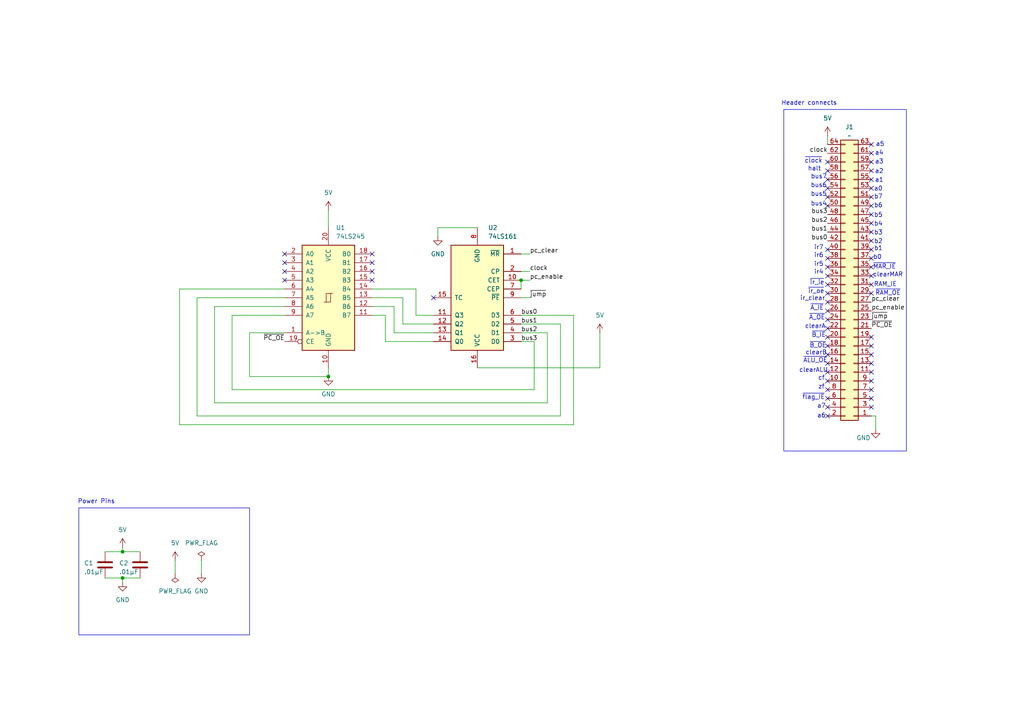
<source format=kicad_sch>
(kicad_sch (version 20250114) (generator "eeschema") (generator_version "9.0")
  (paper "A4")
  (lib_symbols
    (symbol "74xx:74LS161" (pin_names (offset 1.016))
      (property "Reference" "U" (at -7.62 16.51 0))
      (property "Value" "74LS161" (at -7.62 -16.51 0))
      (symbol "74LS161_1_0"
        (pin input line (at -12.7 12.7 0) (length 5.08) (name "D0") (number "3"))
        (pin input line (at -12.7 10.16 0) (length 5.08) (name "D1") (number "4"))
        (pin input line (at -12.7 7.62 0) (length 5.08) (name "D2") (number "5"))
        (pin input line (at -12.7 5.08 0) (length 5.08) (name "D3") (number "6"))
        (pin input line (at -12.7 0 0) (length 5.08) (name "~{PE}") (number "9"))
        (pin input line (at -12.7 -2.54 0) (length 5.08) (name "CEP") (number "7"))
        (pin input line (at -12.7 -5.08 0) (length 5.08) (name "CET") (number "10"))
        (pin input line (at -12.7 -7.62 0) (length 5.08) (name "CP") (number "2"))
        (pin input line (at -12.7 -12.7 0) (length 5.08) (name "~{MR}") (number "1"))
        (pin power_in line (at 0 20.32 270) (length 5.08) (name "VCC") (number "16"))
        (pin power_in line (at 0 -20.32 90) (length 5.08) (name "GND") (number "8"))
        (pin output line (at 12.7 12.7 180) (length 5.08) (name "Q0") (number "14"))
        (pin output line (at 12.7 10.16 180) (length 5.08) (name "Q1") (number "13"))
        (pin output line (at 12.7 7.62 180) (length 5.08) (name "Q2") (number "12"))
        (pin output line (at 12.7 5.08 180) (length 5.08) (name "Q3") (number "11"))
        (pin output line (at 12.7 0 180) (length 5.08) (name "TC") (number "15"))
      )
      (symbol "74LS161_1_1"
        (rectangle (start -7.62 15.24) (end 7.62 -15.24) (stroke (width 0.254)) (fill (type background)))
      )
    )
    (symbol "74xx:74LS245" (pin_names (offset 1.016))
      (property "Reference" "U" (at -7.62 16.51 0))
      (property "Value" "74LS245" (at -7.62 -16.51 0))
      (symbol "74LS245_1_0"
        (polyline (pts (xy -1.27 -1.27) (xy 0.635 -1.27) (xy 0.635 1.27) (xy 1.27 1.27)))
        (polyline (pts (xy -0.635 -1.27) (xy -0.635 1.27) (xy 0.635 1.27)))
        (pin tri_state line (at -12.7 12.7 0) (length 5.08) (name "A0") (number "2"))
        (pin tri_state line (at -12.7 10.16 0) (length 5.08) (name "A1") (number "3"))
        (pin tri_state line (at -12.7 7.62 0) (length 5.08) (name "A2") (number "4"))
        (pin tri_state line (at -12.7 5.08 0) (length 5.08) (name "A3") (number "5"))
        (pin tri_state line (at -12.7 2.54 0) (length 5.08) (name "A4") (number "6"))
        (pin tri_state line (at -12.7 0 0) (length 5.08) (name "A5") (number "7"))
        (pin tri_state line (at -12.7 -2.54 0) (length 5.08) (name "A6") (number "8"))
        (pin tri_state line (at -12.7 -5.08 0) (length 5.08) (name "A7") (number "9"))
        (pin input line (at -12.7 -10.16 0) (length 5.08) (name "A->B") (number "1"))
        (pin input inverted (at -12.7 -12.7 0) (length 5.08) (name "CE") (number "19"))
        (pin power_in line (at 0 20.32 270) (length 5.08) (name "VCC") (number "20"))
        (pin power_in line (at 0 -20.32 90) (length 5.08) (name "GND") (number "10"))
        (pin tri_state line (at 12.7 12.7 180) (length 5.08) (name "B0") (number "18"))
        (pin tri_state line (at 12.7 10.16 180) (length 5.08) (name "B1") (number "17"))
        (pin tri_state line (at 12.7 7.62 180) (length 5.08) (name "B2") (number "16"))
        (pin tri_state line (at 12.7 5.08 180) (length 5.08) (name "B3") (number "15"))
        (pin tri_state line (at 12.7 2.54 180) (length 5.08) (name "B4") (number "14"))
        (pin tri_state line (at 12.7 0 180) (length 5.08) (name "B5") (number "13"))
        (pin tri_state line (at 12.7 -2.54 180) (length 5.08) (name "B6") (number "12"))
        (pin tri_state line (at 12.7 -5.08 180) (length 5.08) (name "B7") (number "11"))
      )
      (symbol "74LS245_1_1"
        (rectangle (start -7.62 15.24) (end 7.62 -15.24) (stroke (width 0.254)) (fill (type background)))
      )
    )
    (symbol "Device:C" (pin_numbers (hide yes)) (pin_names (offset 0.254))
      (property "Reference" "C" (at 0.635 2.54 0))
      (property "Value" "C" (at 0.635 -2.54 0))
      (symbol "C_0_1"
        (polyline (pts (xy -2.032 0.762) (xy 2.032 0.762)) (stroke (width 0.508)))
        (polyline (pts (xy -2.032 -0.762) (xy 2.032 -0.762)) (stroke (width 0.508)))
      )
      (symbol "C_1_1"
        (pin passive line (at 0 3.81 270) (length 2.794) (name "~") (number "1"))
        (pin passive line (at 0 -3.81 90) (length 2.794) (name "~") (number "2"))
      )
    )
    (symbol "pc104:PC104" (in_bom no) (on_board no)
      (property "Reference" "J" (at 0.254 44.196 0))
      (symbol "PC104_1_1"
        (rectangle (start -2.54 40.767) (end -1.27 40.513) (stroke (width 0.1524)))
        (rectangle (start -2.54 38.227) (end -1.27 37.973) (stroke (width 0.1524)))
        (rectangle (start -2.54 35.687) (end -1.27 35.433) (stroke (width 0.1524)))
        (rectangle (start -2.54 33.147) (end -1.27 32.893) (stroke (width 0.1524)))
        (rectangle (start -2.54 30.607) (end -1.27 30.353) (stroke (width 0.1524)))
        (rectangle (start -2.54 28.067) (end -1.27 27.813) (stroke (width 0.1524)))
        (rectangle (start -2.54 25.527) (end -1.27 25.273) (stroke (width 0.1524)))
        (rectangle (start -2.54 22.987) (end -1.27 22.733) (stroke (width 0.1524)))
        (rectangle (start -2.54 20.447) (end -1.27 20.193) (stroke (width 0.1524)))
        (rectangle (start -2.54 17.907) (end -1.27 17.653) (stroke (width 0.1524)))
        (rectangle (start -2.54 15.367) (end -1.27 15.113) (stroke (width 0.1524)))
        (rectangle (start -2.54 12.827) (end -1.27 12.573) (stroke (width 0.1524)))
        (rectangle (start -2.54 10.287) (end -1.27 10.033) (stroke (width 0.1524)))
        (rectangle (start -2.54 7.747) (end -1.27 7.493) (stroke (width 0.1524)))
        (rectangle (start -2.54 5.207) (end -1.27 4.953) (stroke (width 0.1524)))
        (rectangle (start -2.54 2.667) (end -1.27 2.413) (stroke (width 0.1524)))
        (rectangle (start -2.54 0.127) (end -1.27 -0.127) (stroke (width 0.1524)))
        (rectangle (start -2.54 -2.413) (end -1.27 -2.667) (stroke (width 0.1524)))
        (rectangle (start -2.54 -4.953) (end -1.27 -5.207) (stroke (width 0.1524)))
        (rectangle (start -2.54 -7.493) (end -1.27 -7.747) (stroke (width 0.1524)))
        (rectangle (start -2.54 -10.033) (end -1.27 -10.287) (stroke (width 0.1524)))
        (rectangle (start -2.54 -12.573) (end -1.27 -12.827) (stroke (width 0.1524)))
        (rectangle (start -2.54 -15.113) (end -1.27 -15.367) (stroke (width 0.1524)))
        (rectangle (start -2.54 -17.653) (end -1.27 -17.907) (stroke (width 0.1524)))
        (rectangle (start -2.54 -20.193) (end -1.27 -20.447) (stroke (width 0.1524)))
        (rectangle (start -2.54 -22.733) (end -1.27 -22.987) (stroke (width 0.1524)))
        (rectangle (start -2.54 -25.273) (end -1.27 -25.527) (stroke (width 0.1524)))
        (rectangle (start -2.54 -27.813) (end -1.27 -28.067) (stroke (width 0.1524)))
        (rectangle (start -2.54 -30.353) (end -1.27 -30.607) (stroke (width 0.1524)))
        (rectangle (start -2.54 -32.893) (end -1.27 -33.147) (stroke (width 0.1524)))
        (rectangle (start -2.54 -35.433) (end -1.27 -35.687) (stroke (width 0.1524)))
        (rectangle (start -2.54 -37.973) (end -1.27 -38.227) (stroke (width 0.1524)))
        (rectangle (start 2.54 41.91) (end -2.54 -39.37) (stroke (width 0.254)) (fill (type background)))
        (rectangle (start 2.54 40.767) (end 1.27 40.513) (stroke (width 0.1524)))
        (rectangle (start 2.54 38.227) (end 1.27 37.973) (stroke (width 0.1524)))
        (rectangle (start 2.54 35.687) (end 1.27 35.433) (stroke (width 0.1524)))
        (rectangle (start 2.54 33.147) (end 1.27 32.893) (stroke (width 0.1524)))
        (rectangle (start 2.54 30.607) (end 1.27 30.353) (stroke (width 0.1524)))
        (rectangle (start 2.54 28.067) (end 1.27 27.813) (stroke (width 0.1524)))
        (rectangle (start 2.54 25.527) (end 1.27 25.273) (stroke (width 0.1524)))
        (rectangle (start 2.54 22.987) (end 1.27 22.733) (stroke (width 0.1524)))
        (rectangle (start 2.54 20.447) (end 1.27 20.193) (stroke (width 0.1524)))
        (rectangle (start 2.54 17.907) (end 1.27 17.653) (stroke (width 0.1524)))
        (rectangle (start 2.54 15.367) (end 1.27 15.113) (stroke (width 0.1524)))
        (rectangle (start 2.54 12.827) (end 1.27 12.573) (stroke (width 0.1524)))
        (rectangle (start 2.54 10.287) (end 1.27 10.033) (stroke (width 0.1524)))
        (rectangle (start 2.54 7.747) (end 1.27 7.493) (stroke (width 0.1524)))
        (rectangle (start 2.54 5.207) (end 1.27 4.953) (stroke (width 0.1524)))
        (rectangle (start 2.54 2.667) (end 1.27 2.413) (stroke (width 0.1524)))
        (rectangle (start 2.54 0.127) (end 1.27 -0.127) (stroke (width 0.1524)))
        (rectangle (start 2.54 -2.413) (end 1.27 -2.667) (stroke (width 0.1524)))
        (rectangle (start 2.54 -4.953) (end 1.27 -5.207) (stroke (width 0.1524)))
        (rectangle (start 2.54 -7.493) (end 1.27 -7.747) (stroke (width 0.1524)))
        (rectangle (start 2.54 -10.033) (end 1.27 -10.287) (stroke (width 0.1524)))
        (rectangle (start 2.54 -12.573) (end 1.27 -12.827) (stroke (width 0.1524)))
        (rectangle (start 2.54 -15.113) (end 1.27 -15.367) (stroke (width 0.1524)))
        (rectangle (start 2.54 -17.653) (end 1.27 -17.907) (stroke (width 0.1524)))
        (rectangle (start 2.54 -20.193) (end 1.27 -20.447) (stroke (width 0.1524)))
        (rectangle (start 2.54 -22.733) (end 1.27 -22.987) (stroke (width 0.1524)))
        (rectangle (start 2.54 -25.273) (end 1.27 -25.527) (stroke (width 0.1524)))
        (rectangle (start 2.54 -27.813) (end 1.27 -28.067) (stroke (width 0.1524)))
        (rectangle (start 2.54 -30.353) (end 1.27 -30.607) (stroke (width 0.1524)))
        (rectangle (start 2.54 -32.893) (end 1.27 -33.147) (stroke (width 0.1524)))
        (rectangle (start 2.54 -35.433) (end 1.27 -35.687) (stroke (width 0.1524)))
        (rectangle (start 2.54 -37.973) (end 1.27 -38.227) (stroke (width 0.1524)))
        (pin passive line (at -6.35 40.64 0) (length 3.81) (name "") (number "64"))
        (pin passive line (at -6.35 38.1 0) (length 3.81) (name "") (number "62"))
        (pin passive line (at -6.35 35.56 0) (length 3.81) (name "") (number "60"))
        (pin passive line (at -6.35 33.02 0) (length 3.81) (name "") (number "58"))
        (pin passive line (at -6.35 30.48 0) (length 3.81) (name "") (number "56"))
        (pin passive line (at -6.35 27.94 0) (length 3.81) (name "") (number "54"))
        (pin passive line (at -6.35 25.4 0) (length 3.81) (name "") (number "52"))
        (pin passive line (at -6.35 22.86 0) (length 3.81) (name "") (number "50"))
        (pin passive line (at -6.35 20.32 0) (length 3.81) (name "") (number "48"))
        (pin passive line (at -6.35 17.78 0) (length 3.81) (name "") (number "46"))
        (pin passive line (at -6.35 15.24 0) (length 3.81) (name "") (number "44"))
        (pin passive line (at -6.35 12.7 0) (length 3.81) (name "") (number "42"))
        (pin passive line (at -6.35 10.16 0) (length 3.81) (name "") (number "40"))
        (pin passive line (at -6.35 7.62 0) (length 3.81) (name "") (number "38"))
        (pin passive line (at -6.35 5.08 0) (length 3.81) (name "") (number "36"))
        (pin passive line (at -6.35 2.54 0) (length 3.81) (name "") (number "34"))
        (pin passive line (at -6.35 0 0) (length 3.81) (name "") (number "32"))
        (pin passive line (at -6.35 -2.54 0) (length 3.81) (name "") (number "30"))
        (pin passive line (at -6.35 -5.08 0) (length 3.81) (name "") (number "28"))
        (pin passive line (at -6.35 -7.62 0) (length 3.81) (name "") (number "26"))
        (pin passive line (at -6.35 -10.16 0) (length 3.81) (name "") (number "24"))
        (pin passive line (at -6.35 -12.7 0) (length 3.81) (name "") (number "22"))
        (pin passive line (at -6.35 -15.24 0) (length 3.81) (name "") (number "20"))
        (pin passive line (at -6.35 -17.78 0) (length 3.81) (name "") (number "18"))
        (pin passive line (at -6.35 -20.32 0) (length 3.81) (name "") (number "16"))
        (pin passive line (at -6.35 -22.86 0) (length 3.81) (name "") (number "14"))
        (pin passive line (at -6.35 -25.4 0) (length 3.81) (name "") (number "12"))
        (pin passive line (at -6.35 -27.94 0) (length 3.81) (name "") (number "10"))
        (pin passive line (at -6.35 -30.48 0) (length 3.81) (name "") (number "8"))
        (pin passive line (at -6.35 -33.02 0) (length 3.81) (name "") (number "6"))
        (pin passive line (at -6.35 -35.56 0) (length 3.81) (name "") (number "4"))
        (pin passive line (at -6.35 -38.1 0) (length 3.81) (name "") (number "2"))
        (pin passive line (at 6.35 40.64 180) (length 3.81) (name "") (number "63"))
        (pin passive line (at 6.35 38.1 180) (length 3.81) (name "") (number "61"))
        (pin passive line (at 6.35 35.56 180) (length 3.81) (name "") (number "59"))
        (pin passive line (at 6.35 33.02 180) (length 3.81) (name "") (number "57"))
        (pin passive line (at 6.35 30.48 180) (length 3.81) (name "") (number "55"))
        (pin passive line (at 6.35 27.94 180) (length 3.81) (name "") (number "53"))
        (pin passive line (at 6.35 25.4 180) (length 3.81) (name "") (number "51"))
        (pin passive line (at 6.35 22.86 180) (length 3.81) (name "") (number "49"))
        (pin passive line (at 6.35 20.32 180) (length 3.81) (name "") (number "47"))
        (pin passive line (at 6.35 17.78 180) (length 3.81) (name "") (number "45"))
        (pin passive line (at 6.35 15.24 180) (length 3.81) (name "") (number "43"))
        (pin passive line (at 6.35 12.7 180) (length 3.81) (name "") (number "41"))
        (pin passive line (at 6.35 10.16 180) (length 3.81) (name "") (number "39"))
        (pin passive line (at 6.35 7.62 180) (length 3.81) (name "") (number "37"))
        (pin passive line (at 6.35 5.08 180) (length 3.81) (name "") (number "35"))
        (pin passive line (at 6.35 2.54 180) (length 3.81) (name "") (number "33"))
        (pin passive line (at 6.35 0 180) (length 3.81) (name "") (number "31"))
        (pin passive line (at 6.35 -2.54 180) (length 3.81) (name "") (number "29"))
        (pin passive line (at 6.35 -5.08 180) (length 3.81) (name "") (number "27"))
        (pin passive line (at 6.35 -7.62 180) (length 3.81) (name "") (number "25"))
        (pin passive line (at 6.35 -10.16 180) (length 3.81) (name "") (number "23"))
        (pin passive line (at 6.35 -12.7 180) (length 3.81) (name "") (number "21"))
        (pin passive line (at 6.35 -15.24 180) (length 3.81) (name "") (number "19"))
        (pin passive line (at 6.35 -17.78 180) (length 3.81) (name "") (number "17"))
        (pin passive line (at 6.35 -20.32 180) (length 3.81) (name "") (number "15"))
        (pin passive line (at 6.35 -22.86 180) (length 3.81) (name "") (number "13"))
        (pin passive line (at 6.35 -25.4 180) (length 3.81) (name "") (number "11"))
        (pin passive line (at 6.35 -27.94 180) (length 3.81) (name "") (number "9"))
        (pin passive line (at 6.35 -30.48 180) (length 3.81) (name "") (number "7"))
        (pin passive line (at 6.35 -33.02 180) (length 3.81) (name "") (number "5"))
        (pin passive line (at 6.35 -35.56 180) (length 3.81) (name "") (number "3"))
        (pin passive line (at 6.35 -38.1 180) (length 3.81) (name "") (number "1"))
      )
    )
    (symbol "power:GND" (power) (pin_numbers (hide yes)) (pin_names (offset 0) (hide yes))
      (property "Value" "GND" (at 0 -3.81 0))
      (symbol "GND_0_1"
        (polyline (pts (xy 0 0) (xy 0 -1.27) (xy 1.27 -1.27) (xy 0 -2.54) (xy -1.27 -1.27) (xy 0 -1.27)))
      )
      (symbol "GND_1_1"
        (pin power_in line (at 0 0 270) (length 0) (name "~") (number "1"))
      )
    )
    (symbol "power:PWR_FLAG" (power) (pin_numbers (hide yes)) (pin_names (offset 0) (hide yes))
      (property "Value" "PWR_FLAG" (at 0 3.81 0))
      (symbol "PWR_FLAG_0_0"
        (pin power_out line (at 0 0 90) (length 0) (name "~") (number "1"))
      )
      (symbol "PWR_FLAG_0_1"
        (polyline (pts (xy 0 0) (xy 0 1.27) (xy -1.016 1.905) (xy 0 2.54) (xy 1.016 1.905) (xy 0 1.27)))
      )
    )
    (symbol "power:VCC" (power) (pin_numbers (hide yes)) (pin_names (offset 0) (hide yes))
      (property "Value" "VCC" (at 0 3.556 0))
      (symbol "VCC_0_1"
        (polyline (pts (xy -0.762 1.27) (xy 0 2.54)))
        (polyline (pts (xy 0 2.54) (xy 0.762 1.27)))
        (polyline (pts (xy 0 0) (xy 0 2.54)))
      )
      (symbol "VCC_1_1"
        (pin power_in line (at 0 0 90) (length 0) (name "~") (number "1"))
      )
    )
  )
  (rectangle (start 22.86 147.32) (end 72.39 184.15))
  (rectangle (start 227.33 31.75) (end 262.89 130.81))
  (text "Power Pins" (at 27.94 145.542 0) (effects (font (size 1.27 1.27))))
  (text "ir6" (at 237.49 74.168 0) (effects (font (size 1.27 1.27))))
  (text "clearB" (at 236.728 102.362 0) (effects (font (size 1.27 1.27))))
  (text "~{ir_ie}" (at 236.982 82.042 0) (effects (font (size 1.27 1.27))))
  (text "ir5" (at 237.49 76.708 0) (effects (font (size 1.27 1.27))))
  (text "~{flag_IE}" (at 235.966 115.316 0) (effects (font (size 1.27 1.27))))
  (text "b5" (at 254.762 62.484 0) (effects (font (size 1.27 1.27))))
  (text "a2" (at 255.016 49.784 0) (effects (font (size 1.27 1.27))))
  (text "bus7" (at 237.49 51.308 0) (effects (font (size 1.27 1.27))))
  (text "a5" (at 255.27 41.91 0) (effects (font (size 1.27 1.27))))
  (text "b3" (at 254.762 67.564 0) (effects (font (size 1.27 1.27))))
  (text "clearALU" (at 235.966 107.442 0) (effects (font (size 1.27 1.27))))
  (text "~{A_OE}" (at 236.982 92.202 0) (effects (font (size 1.27 1.27))))
  (text "~{MAR_IE}" (at 256.54 77.47 0) (effects (font (size 1.27 1.27))))
  (text "b6" (at 254.762 59.69 0) (effects (font (size 1.27 1.27))))
  (text "bus6" (at 237.49 53.848 0) (effects (font (size 1.27 1.27))))
  (text "a6" (at 238.252 120.65 0) (effects (font (size 1.27 1.27))))
  (text "Header connects" (at 234.696 29.972 0) (effects (font (size 1.27 1.27))))
  (text "clearA" (at 236.474 94.742 0) (effects (font (size 1.27 1.27))))
  (text "clearMAR" (at 257.556 79.756 0) (effects (font (size 1.27 1.27))))
  (text "~{ALU_OE}" (at 236.474 104.648 0) (effects (font (size 1.27 1.27))))
  (text "b1" (at 254.762 72.136 0) (effects (font (size 1.27 1.27))))
  (text "~{clock}" (at 235.966 46.736 0) (effects (font (size 1.27 1.27))))
  (text "RAM_IE" (at 256.794 82.55 0) (effects (font (size 1.27 1.27))))
  (text "b7" (at 254.762 57.15 0) (effects (font (size 1.27 1.27))))
  (text "bus4" (at 237.49 59.182 0) (effects (font (size 1.27 1.27))))
  (text "b2" (at 254.762 70.104 0) (effects (font (size 1.27 1.27))))
  (text "~{B_OE}" (at 237.236 100.33 0) (effects (font (size 1.27 1.27))))
  (text "ir7" (at 237.49 71.882 0) (effects (font (size 1.27 1.27))))
  (text "a4" (at 255.016 44.45 0) (effects (font (size 1.27 1.27))))
  (text "~{RAM_OE}" (at 257.556 85.09 0) (effects (font (size 1.27 1.27))))
  (text "~{B_IE}" (at 237.49 97.282 0) (effects (font (size 1.27 1.27))))
  (text "~{A_IE}" (at 236.982 89.408 0) (effects (font (size 1.27 1.27))))
  (text "a0" (at 254.762 54.864 0) (effects (font (size 1.27 1.27))))
  (text "a3" (at 255.016 46.99 0) (effects (font (size 1.27 1.27))))
  (text "~{ir_oe}" (at 236.728 84.582 0) (effects (font (size 1.27 1.27))))
  (text "a1" (at 255.016 52.324 0) (effects (font (size 1.27 1.27))))
  (text "a7" (at 238.252 117.856 0) (effects (font (size 1.27 1.27))))
  (text "ir_clear" (at 235.712 86.614 0) (effects (font (size 1.27 1.27))))
  (text "zf" (at 238.252 112.268 0) (effects (font (size 1.27 1.27))))
  (text "bus5" (at 237.49 56.388 0) (effects (font (size 1.27 1.27))))
  (text "b4" (at 254.762 65.024 0) (effects (font (size 1.27 1.27))))
  (text "ir4" (at 237.49 78.994 0) (effects (font (size 1.27 1.27))))
  (text "cf" (at 238.252 109.728 0) (effects (font (size 1.27 1.27))))
  (text "b0" (at 254.508 74.676 0) (effects (font (size 1.27 1.27))))
  (text "halt" (at 236.22 49.022 0) (effects (font (size 1.27 1.27))))
  (junction (at 151.13 81.28))
  (junction (at 95.25 109.22))
  (junction (at 35.56 160.02))
  (junction (at 35.56 167.64))
  (no_connect (at 240.03 120.65))
  (no_connect (at 252.73 100.33))
  (no_connect (at 252.73 118.11))
  (no_connect (at 240.03 57.15))
  (no_connect (at 252.73 85.09))
  (no_connect (at 240.03 105.41))
  (no_connect (at 240.03 100.33))
  (no_connect (at 240.03 102.87))
  (no_connect (at 240.03 74.93))
  (no_connect (at 240.03 115.57))
  (no_connect (at 252.73 74.93))
  (no_connect (at 240.03 52.07))
  (no_connect (at 252.73 67.31))
  (no_connect (at 252.73 102.87))
  (no_connect (at 240.03 95.25))
  (no_connect (at 240.03 90.17))
  (no_connect (at 252.73 54.61))
  (no_connect (at 240.03 87.63))
  (no_connect (at 240.03 107.95))
  (no_connect (at 107.95 73.66))
  (no_connect (at 240.03 80.01))
  (no_connect (at 252.73 113.03))
  (no_connect (at 240.03 110.49))
  (no_connect (at 252.73 72.39))
  (no_connect (at 252.73 57.15))
  (no_connect (at 240.03 85.09))
  (no_connect (at 125.73 86.36))
  (no_connect (at 82.55 76.2))
  (no_connect (at 107.95 81.28))
  (no_connect (at 252.73 49.53))
  (no_connect (at 240.03 59.69))
  (no_connect (at 252.73 80.01))
  (no_connect (at 252.73 97.79))
  (no_connect (at 82.55 81.28))
  (no_connect (at 252.73 62.23))
  (no_connect (at 252.73 52.07))
  (no_connect (at 240.03 97.79))
  (no_connect (at 252.73 107.95))
  (no_connect (at 240.03 54.61))
  (no_connect (at 82.55 73.66))
  (no_connect (at 252.73 110.49))
  (no_connect (at 107.95 76.2))
  (no_connect (at 252.73 44.45))
  (no_connect (at 240.03 49.53))
  (no_connect (at 240.03 77.47))
  (no_connect (at 252.73 82.55))
  (no_connect (at 240.03 113.03))
  (no_connect (at 252.73 46.99))
  (no_connect (at 252.73 59.69))
  (no_connect (at 252.73 69.85))
  (no_connect (at 240.03 46.99))
  (no_connect (at 252.73 77.47))
  (no_connect (at 107.95 78.74))
  (no_connect (at 240.03 72.39))
  (no_connect (at 240.03 92.71))
  (no_connect (at 252.73 115.57))
  (no_connect (at 252.73 64.77))
  (no_connect (at 252.73 105.41))
  (no_connect (at 82.55 78.74))
  (no_connect (at 252.73 41.91))
  (no_connect (at 240.03 82.55))
  (no_connect (at 240.03 118.11))
  (wire (pts (xy 107.95 88.9) (xy 114.3 88.9)))
  (wire (pts (xy 173.99 106.68) (xy 138.43 106.68)))
  (wire (pts (xy 107.95 83.82) (xy 120.65 83.82)))
  (wire (pts (xy 240.03 39.37) (xy 240.03 41.91)))
  (wire (pts (xy 62.23 116.84) (xy 62.23 88.9)))
  (wire (pts (xy 72.39 96.52) (xy 82.55 96.52)))
  (wire (pts (xy 153.67 86.36) (xy 151.13 86.36)))
  (wire (pts (xy 254 124.46) (xy 254 120.65)))
  (wire (pts (xy 154.94 113.03) (xy 67.31 113.03)))
  (wire (pts (xy 57.15 120.65) (xy 57.15 86.36)))
  (wire (pts (xy 30.48 167.64) (xy 35.56 167.64)))
  (wire (pts (xy 30.48 160.02) (xy 35.56 160.02)))
  (wire (pts (xy 35.56 167.64) (xy 40.64 167.64)))
  (wire (pts (xy 254 120.65) (xy 252.73 120.65)))
  (wire (pts (xy 173.99 96.52) (xy 173.99 106.68)))
  (wire (pts (xy 138.43 66.04) (xy 127 66.04)))
  (wire (pts (xy 151.13 96.52) (xy 158.75 96.52)))
  (wire (pts (xy 153.67 78.74) (xy 151.13 78.74)))
  (wire (pts (xy 35.56 160.02) (xy 35.56 158.75)))
  (wire (pts (xy 95.25 60.96) (xy 95.25 66.04)))
  (wire (pts (xy 153.67 73.66) (xy 151.13 73.66)))
  (wire (pts (xy 111.76 99.06) (xy 125.73 99.06)))
  (wire (pts (xy 158.75 96.52) (xy 158.75 116.84)))
  (wire (pts (xy 52.07 83.82) (xy 82.55 83.82)))
  (wire (pts (xy 151.13 81.28) (xy 151.13 83.82)))
  (wire (pts (xy 72.39 109.22) (xy 95.25 109.22)))
  (wire (pts (xy 72.39 96.52) (xy 72.39 109.22)))
  (wire (pts (xy 151.13 93.98) (xy 162.56 93.98)))
  (wire (pts (xy 62.23 88.9) (xy 82.55 88.9)))
  (wire (pts (xy 166.37 91.44) (xy 166.37 123.19)))
  (wire (pts (xy 158.75 116.84) (xy 62.23 116.84)))
  (wire (pts (xy 151.13 91.44) (xy 166.37 91.44)))
  (wire (pts (xy 35.56 167.64) (xy 35.56 168.91)))
  (wire (pts (xy 52.07 123.19) (xy 52.07 83.82)))
  (wire (pts (xy 57.15 86.36) (xy 82.55 86.36)))
  (wire (pts (xy 67.31 113.03) (xy 67.31 91.44)))
  (wire (pts (xy 58.42 162.56) (xy 58.42 166.37)))
  (wire (pts (xy 162.56 93.98) (xy 162.56 120.65)))
  (wire (pts (xy 114.3 96.52) (xy 125.73 96.52)))
  (wire (pts (xy 116.84 86.36) (xy 116.84 93.98)))
  (wire (pts (xy 116.84 93.98) (xy 125.73 93.98)))
  (wire (pts (xy 114.3 88.9) (xy 114.3 96.52)))
  (wire (pts (xy 166.37 123.19) (xy 52.07 123.19)))
  (wire (pts (xy 154.94 99.06) (xy 154.94 113.03)))
  (wire (pts (xy 67.31 91.44) (xy 82.55 91.44)))
  (wire (pts (xy 107.95 86.36) (xy 116.84 86.36)))
  (wire (pts (xy 151.13 99.06) (xy 154.94 99.06)))
  (wire (pts (xy 153.67 81.28) (xy 151.13 81.28)))
  (wire (pts (xy 162.56 120.65) (xy 57.15 120.65)))
  (wire (pts (xy 127 66.04) (xy 127 68.58)))
  (wire (pts (xy 111.76 91.44) (xy 111.76 99.06)))
  (wire (pts (xy 35.56 160.02) (xy 40.64 160.02)))
  (wire (pts (xy 120.65 91.44) (xy 125.73 91.44)))
  (wire (pts (xy 107.95 91.44) (xy 111.76 91.44)))
  (wire (pts (xy 50.8 162.56) (xy 50.8 166.37)))
  (wire (pts (xy 95.25 106.68) (xy 95.25 109.22)))
  (wire (pts (xy 120.65 83.82) (xy 120.65 91.44)))
  (label "bus3" (at 151.13 99.06 0))
  (label "pc_enable" (at 153.67 81.28 0))
  (label "bus0" (at 151.13 91.44 0))
  (label "pc_clear" (at 153.67 73.66 0))
  (label "~{jump}" (at 252.73 92.71 0))
  (label "bus2" (at 240.03 64.77 180))
  (label "~{PC_OE}" (at 252.73 95.25 0))
  (label "bus2" (at 151.13 96.52 0))
  (label "bus3" (at 240.03 62.23 180))
  (label "clock" (at 153.67 78.74 0))
  (label "~{PC_OE}" (at 82.55 99.06 180))
  (label "pc_enable" (at 252.73 90.17 0))
  (label "clock" (at 240.03 44.45 180))
  (label "pc_clear" (at 252.73 87.63 0))
  (label "bus1" (at 240.03 67.31 180))
  (label "bus1" (at 151.13 93.98 0))
  (label "bus0" (at 240.03 69.85 180))
  (label "~{jump}" (at 153.67 86.36 0))
  (symbol (lib_id "power:PWR_FLAG") (at 50.8 166.37 180) (unit 1) (exclude_from_sim yes)
    (property "Reference" "#FLG01" (effects (hide yes)))
    (property "Value" "PWR_FLAG" (at 50.8 171.45 0))
    (property "Description" "Special symbol for telling ERC where power comes from" (effects (hide yes)))
  )
  (symbol (lib_id "power:VCC") (at 35.56 158.75 0) (unit 1) (exclude_from_sim yes)
    (property "Reference" "#PWR01" (effects (hide yes)))
    (property "Value" "5V" (at 35.56 153.67 0))
    (property "Description" "Power symbol creates a global label with name \"VCC\"" (effects (hide yes)))
  )
  (symbol (lib_id "power:GND") (at 35.56 168.91 0) (unit 1) (exclude_from_sim yes)
    (property "Reference" "#PWR02" (effects (hide yes)))
    (property "Value" "GND" (at 35.56 173.99 0))
    (property "Description" "Power symbol creates a global label with name \"GND\" , ground" (effects (hide yes)))
  )
  (symbol (lib_id "power:GND") (at 254 124.46 0) (unit 1) (exclude_from_sim yes)
    (property "Reference" "#PWR010" (effects (hide yes)))
    (property "Value" "GND" (at 250.444 127 0))
    (property "Description" "Power symbol creates a global label with name \"GND\" , ground" (effects (hide yes)))
  )
  (symbol (lib_id "power:GND") (at 58.42 166.37 0) (unit 1) (exclude_from_sim yes)
    (property "Reference" "#PWR04" (effects (hide yes)))
    (property "Value" "GND" (at 58.42 171.45 0))
    (property "Description" "Power symbol creates a global label with name \"GND\" , ground" (effects (hide yes)))
  )
  (symbol (lib_id "pc104:PC104") (at 246.38 82.55 0) (unit 1)
    (property "Reference" "J1" (at 246.38 36.83 0))
    (property "Value" "~" (at 246.38 39.37 0))
    (property "Footprint" "MyFootPrints:PC104-Standard" (effects (hide yes)))
  )
  (symbol (lib_id "power:VCC") (at 173.99 96.52 0) (unit 1) (exclude_from_sim yes)
    (property "Reference" "#PWR08" (effects (hide yes)))
    (property "Value" "5V" (at 173.99 91.44 0))
    (property "Description" "Power symbol creates a global label with name \"VCC\"" (effects (hide yes)))
  )
  (symbol (lib_id "power:GND") (at 95.25 109.22 0) (unit 1)
    (property "Reference" "#PWR06" (effects (hide yes)))
    (property "Value" "GND" (at 95.25 114.3 0))
    (property "Description" "Power symbol creates a global label with name \"GND\" , ground" (effects (hide yes)))
  )
  (symbol (lib_id "74xx:74LS161") (at 138.43 86.36 180) (unit 1)
    (property "Reference" "U2" (at 141.5481 66.04 0) (effects (justify right)))
    (property "Value" "74LS161" (at 141.5481 68.58 0) (effects (justify right)))
    (property "Datasheet" "http://www.ti.com/lit/gpn/sn74LS161" (effects (hide yes)))
    (property "Description" "Synchronous 4-bit programmable binary Counter" (effects (hide yes)))
  )
  (symbol (lib_id "Device:C") (at 30.48 163.83 180) (unit 1)
    (property "Reference" "C1" (at 24.384 163.322 0) (effects (justify right)))
    (property "Value" ".01µF" (at 24.384 165.862 0) (effects (justify right)))
    (property "Footprint" "Capacitor_THT:C_Disc_D5.0mm_W2.5mm_P2.50mm" (effects (hide yes)))
    (property "Description" "Unpolarized capacitor" (effects (hide yes)))
  )
  (symbol (lib_id "power:VCC") (at 240.03 39.37 0) (unit 1) (exclude_from_sim yes)
    (property "Reference" "#PWR09" (effects (hide yes)))
    (property "Value" "5V" (at 240.03 34.29 0))
    (property "Description" "Power symbol creates a global label with name \"VCC\"" (effects (hide yes)))
  )
  (symbol (lib_id "Device:C") (at 40.64 163.83 180) (unit 1)
    (property "Reference" "C2" (at 34.544 163.322 0) (effects (justify right)))
    (property "Value" ".01µF" (at 34.544 165.862 0) (effects (justify right)))
    (property "Footprint" "Capacitor_THT:C_Disc_D5.0mm_W2.5mm_P2.50mm" (effects (hide yes)))
    (property "Description" "Unpolarized capacitor" (effects (hide yes)))
  )
  (symbol (lib_id "power:VCC") (at 95.25 60.96 0) (unit 1) (exclude_from_sim yes)
    (property "Reference" "#PWR05" (effects (hide yes)))
    (property "Value" "5V" (at 95.25 55.88 0))
    (property "Description" "Power symbol creates a global label with name \"VCC\"" (effects (hide yes)))
  )
  (symbol (lib_id "power:VCC") (at 50.8 162.56 0) (unit 1) (exclude_from_sim yes)
    (property "Reference" "#PWR03" (effects (hide yes)))
    (property "Value" "5V" (at 50.8 157.48 0))
    (property "Description" "Power symbol creates a global label with name \"VCC\"" (effects (hide yes)))
  )
  (symbol (lib_id "power:PWR_FLAG") (at 58.42 162.56 0) (unit 1) (exclude_from_sim yes)
    (property "Reference" "#FLG02" (effects (hide yes)))
    (property "Value" "PWR_FLAG" (at 58.42 157.48 0))
    (property "Description" "Special symbol for telling ERC where power comes from" (effects (hide yes)))
  )
  (symbol (lib_id "power:GND") (at 127 68.58 0) (unit 1)
    (property "Reference" "#PWR07" (effects (hide yes)))
    (property "Value" "GND" (at 127 73.66 0))
    (property "Description" "Power symbol creates a global label with name \"GND\" , ground" (effects (hide yes)))
  )
  (symbol (lib_id "74xx:74LS245") (at 95.25 86.36 0) (unit 1)
    (property "Reference" "U1" (at 97.3933 66.04 0) (effects (justify left)))
    (property "Value" "74LS245" (at 97.3933 68.58 0) (effects (justify left)))
    (property "Datasheet" "http://www.ti.com/lit/gpn/sn74LS245" (effects (hide yes)))
    (property "Description" "Octal BUS Transceivers, 3-State outputs" (effects (hide yes)))
  )
)
</source>
